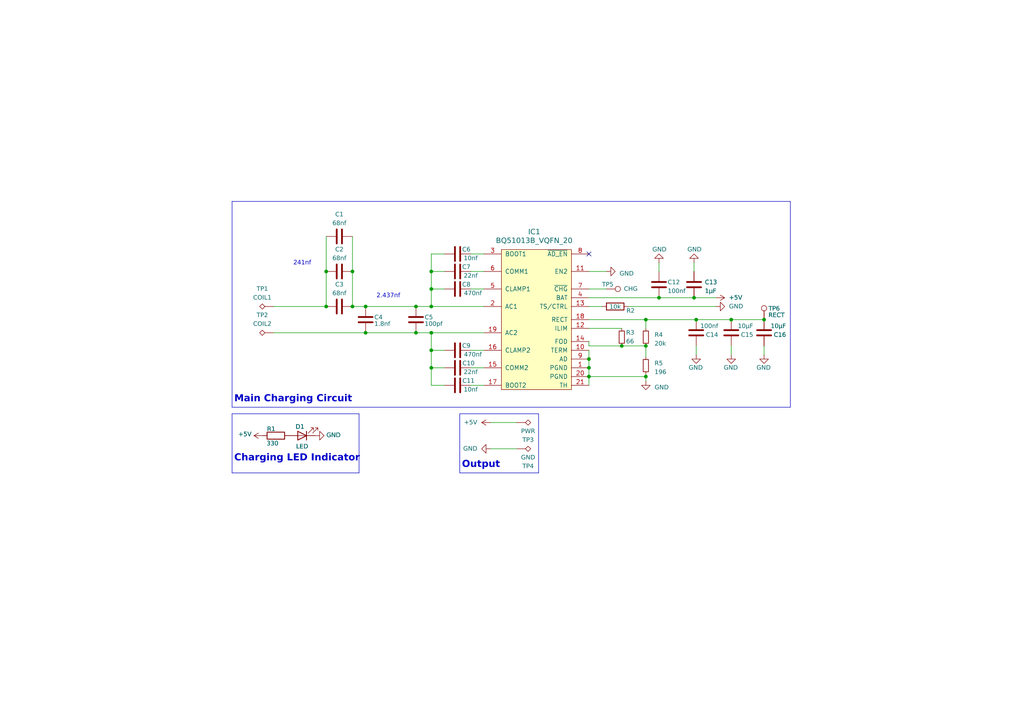
<source format=kicad_sch>
(kicad_sch (version 20220331) (generator eeschema)
  (paper "A4")
  (title_block (title "Powercoin") (date "2022-04-18") (rev "V2.0") (company "Byran Technologies") (comment 3 "Wireless Charging Circuit") (comment 4 "Qi Certified Ultra-Small"))
  (lib_symbols
    (symbol "Connector:TestPoint" (pin_numbers hide) (pin_names (offset 0.762) hide)
      (property "Reference" "TP" (at 0 6.858 0))
      (property "Value" "TestPoint" (at 0 5.08 0))
      (symbol "TestPoint_0_1"
        (circle (center 0 3.302) (radius 0.762))
      )
      (symbol "TestPoint_1_1"
        (pin passive line (at 0 0 90) (length 2.54) (name "1") (number "1"))
      )
    )
    (symbol "Connector:TestPoint_Alt" (pin_numbers hide) (pin_names (offset 0.762) hide)
      (property "Reference" "TP" (at 0 6.858 0))
      (property "Value" "TestPoint_Alt" (at 0 5.08 0))
      (symbol "TestPoint_Alt_0_1"
        (polyline (pts (xy 0 2.54) (xy -0.762 3.302) (xy 0 4.064) (xy 0.762 3.302) (xy 0 2.54)))
      )
      (symbol "TestPoint_Alt_1_1"
        (pin passive line (at 0 0 90) (length 2.54) (name "1") (number "1"))
      )
    )
    (symbol "Device:C" (pin_numbers hide) (pin_names (offset 0.254))
      (property "Reference" "C" (at 0.635 2.54 0))
      (property "Value" "C" (at 0.635 -2.54 0))
      (symbol "C_0_1"
        (polyline (pts (xy -2.032 -0.762) (xy 2.032 -0.762)) (stroke (width 0.508)))
        (polyline (pts (xy -2.032 0.762) (xy 2.032 0.762)) (stroke (width 0.508)))
      )
      (symbol "C_1_1"
        (pin passive line (at 0 3.81 270) (length 2.794) (name "~") (number "1"))
        (pin passive line (at 0 -3.81 90) (length 2.794) (name "~") (number "2"))
      )
    )
    (symbol "Device:LED" (pin_numbers hide) (pin_names (offset 1.016) hide)
      (property "Reference" "D" (at 0 2.54 0))
      (property "Value" "LED" (at 0 -2.54 0))
      (symbol "LED_0_1"
        (polyline (pts (xy -1.27 -1.27) (xy -1.27 1.27)) (stroke (width 0.254)))
        (polyline (pts (xy -1.27 0) (xy 1.27 0)))
        (polyline (pts (xy 1.27 -1.27) (xy 1.27 1.27) (xy -1.27 0) (xy 1.27 -1.27)) (stroke (width 0.254)))
        (polyline (pts (xy -3.048 -0.762) (xy -4.572 -2.286) (xy -3.81 -2.286) (xy -4.572 -2.286) (xy -4.572 -1.524)))
        (polyline (pts (xy -1.778 -0.762) (xy -3.302 -2.286) (xy -2.54 -2.286) (xy -3.302 -2.286) (xy -3.302 -1.524)))
      )
      (symbol "LED_1_1"
        (pin passive line (at -3.81 0 0) (length 2.54) (name "K") (number "1"))
        (pin passive line (at 3.81 0 180) (length 2.54) (name "A") (number "2"))
      )
    )
    (symbol "Device:R" (pin_numbers hide) (pin_names (offset 0))
      (property "Reference" "R" (at 2.032 0 90))
      (property "Value" "R" (at 0 0 90))
      (symbol "R_0_1"
        (rectangle (start -1.016 -2.54) (end 1.016 2.54) (stroke (width 0.254)))
      )
      (symbol "R_1_1"
        (pin passive line (at 0 3.81 270) (length 1.27) (name "~") (number "1"))
        (pin passive line (at 0 -3.81 90) (length 1.27) (name "~") (number "2"))
      )
    )
    (symbol "Device:R_Small" (pin_numbers hide) (pin_names (offset 0.254) hide)
      (property "Reference" "R" (at 0.762 0.508 0))
      (property "Value" "R_Small" (at 0.762 -1.016 0))
      (symbol "R_Small_0_1"
        (rectangle (start -0.762 1.778) (end 0.762 -1.778) (stroke (width 0.2032)))
      )
      (symbol "R_Small_1_1"
        (pin passive line (at 0 2.54 270) (length 0.762) (name "~") (number "1"))
        (pin passive line (at 0 -2.54 90) (length 0.762) (name "~") (number "2"))
      )
    )
    (symbol "bq5105xb_qfn-ti:BQ5105xB_QFN-TI" (pin_names (offset 1.016))
      (property "Reference" "IC1" (at 0 28.0162 0))
      (property "Value" "BQ5105xB_QFN" (at 0 25.3238 0))
      (property "Footprint" "Tx:bq5105x_PVQFN_N20" (at 1.27 -21.59 0))
      (property "MPN" "BQ51050BRHLR" (at 0 22.6314 0))
      (symbol "BQ5105xB_QFN-TI_0_1"
        (rectangle (start -10.16 20.32) (end 10.16 -20.32) (fill (type background)))
      )
      (symbol "BQ5105xB_QFN-TI_1_1"
        (pin power_out line (at 15.24 -13.97 180) (length 5.08) (name "PGND") (number "1"))
        (pin input line (at 15.24 -8.89 180) (length 5.08) (name "TERM") (number "10"))
        (pin input line (at 15.24 13.97 180) (length 5.08) (name "EN2") (number "11"))
        (pin bidirectional line (at 15.24 -2.54 180) (length 5.08) (name "ILIM") (number "12"))
        (pin input line (at 15.24 3.81 180) (length 5.08) (name "TS/CTRL") (number "13"))
        (pin input line (at 15.24 -6.35 180) (length 5.08) (name "FOD") (number "14"))
        (pin open_collector line (at -15.24 -13.97 0) (length 5.08) (name "COMM2") (number "15"))
        (pin open_collector line (at -15.24 -8.89 0) (length 5.08) (name "CLAMP2") (number "16"))
        (pin output line (at -15.24 -19.05 0) (length 5.08) (name "BOOT2") (number "17"))
        (pin output line (at 15.24 0 180) (length 5.08) (name "RECT") (number "18"))
        (pin power_in line (at -15.24 -3.81 0) (length 5.08) (name "AC2") (number "19"))
        (pin power_in line (at -15.24 3.81 0) (length 5.08) (name "AC1") (number "2"))
        (pin power_out line (at 15.24 -16.51 180) (length 5.08) (name "PGND") (number "20"))
        (pin input line (at 15.24 -19.05 180) (length 5.08) (name "TH") (number "21"))
        (pin output line (at -15.24 19.05 0) (length 5.08) (name "BOOT1") (number "3"))
        (pin power_out line (at 15.24 6.35 180) (length 5.08) (name "BAT") (number "4"))
        (pin open_collector line (at -15.24 8.89 0) (length 5.08) (name "CLAMP1") (number "5"))
        (pin open_collector line (at -15.24 13.97 0) (length 5.08) (name "COMM1") (number "6"))
        (pin open_collector line (at 15.24 8.89 180) (length 5.08) (name "~{CHG}") (number "7"))
        (pin input line (at 15.24 19.05 180) (length 5.08) (name "~{AD_EN}") (number "8"))
        (pin unspecified line (at 15.24 -11.43 180) (length 5.08) (name "AD") (number "9"))
      )
    )
    (symbol "power:+5V" (power) (pin_names (offset 0))
      (property "Value" "+5V" (at 0 3.556 0))
      (symbol "+5V_0_1"
        (polyline (pts (xy -0.762 1.27) (xy 0 2.54)))
        (polyline (pts (xy 0 0) (xy 0 2.54)))
        (polyline (pts (xy 0 2.54) (xy 0.762 1.27)))
      )
      (symbol "+5V_1_1"
        (pin power_in line (at 0 0 90) (length 0) hide (name "+5V") (number "1"))
      )
    )
    (symbol "power:GND" (power) (pin_names (offset 0))
      (property "Value" "GND" (at 0 -3.81 0))
      (symbol "GND_0_1"
        (polyline (pts (xy 0 0) (xy 0 -1.27) (xy 1.27 -1.27) (xy 0 -2.54) (xy -1.27 -1.27) (xy 0 -1.27)))
      )
      (symbol "GND_1_1"
        (pin power_in line (at 0 0 270) (length 0) hide (name "GND") (number "1"))
      )
    )
  )
  (junction (at 187.325 92.71))
  (junction (at 106.045 88.9))
  (junction (at 120.65 96.52))
  (junction (at 125.095 88.9))
  (junction (at 170.815 109.22))
  (junction (at 102.235 78.74))
  (junction (at 106.045 96.52))
  (junction (at 221.615 92.71))
  (junction (at 191.135 86.36))
  (junction (at 187.325 100.33))
  (junction (at 125.095 101.6))
  (junction (at 125.095 78.74))
  (junction (at 180.34 100.33))
  (junction (at 212.09 92.71))
  (junction (at 187.325 109.22))
  (junction (at 125.095 96.52))
  (junction (at 94.615 88.9))
  (junction (at 125.095 106.68))
  (junction (at 201.93 92.71))
  (junction (at 102.235 88.9))
  (junction (at 120.65 88.9))
  (junction (at 170.815 106.68))
  (junction (at 94.615 78.74))
  (junction (at 170.815 104.14))
  (junction (at 201.295 86.36))
  (junction (at 125.095 83.82))
  (no_connect (at 170.815 73.66))
  (wire (pts (xy 136.525 101.6) (xy 140.335 101.6)))
  (wire (pts (xy 191.135 76.2) (xy 191.135 78.74)))
  (wire (pts (xy 125.095 78.74) (xy 125.095 83.82)))
  (polyline (pts (xy 104.14 137.16) (xy 104.14 120.015)))
  (wire (pts (xy 170.815 88.9) (xy 174.625 88.9)))
  (wire (pts (xy 125.095 73.66) (xy 128.905 73.66)))
  (polyline (pts (xy 133.35 120.015) (xy 133.35 137.16)))
  (wire (pts (xy 170.815 104.14) (xy 170.815 106.68)))
  (polyline (pts (xy 156.21 137.16) (xy 156.21 120.015)))
  (wire (pts (xy 170.815 86.36) (xy 191.135 86.36)))
  (wire (pts (xy 94.615 68.58) (xy 94.615 78.74)))
  (wire (pts (xy 201.93 102.87) (xy 201.93 100.33)))
  (wire (pts (xy 125.095 106.68) (xy 125.095 111.76)))
  (polyline (pts (xy 67.31 120.015) (xy 67.31 137.16)))
  (wire (pts (xy 106.045 88.9) (xy 120.65 88.9)))
  (wire (pts (xy 187.325 109.22) (xy 187.325 110.49)))
  (wire (pts (xy 136.525 78.74) (xy 140.335 78.74)))
  (wire (pts (xy 125.095 101.6) (xy 125.095 106.68)))
  (wire (pts (xy 191.135 86.36) (xy 201.295 86.36)))
  (wire (pts (xy 102.235 88.9) (xy 106.045 88.9)))
  (wire (pts (xy 102.235 68.58) (xy 102.235 78.74)))
  (wire (pts (xy 102.235 78.74) (xy 102.235 88.9)))
  (wire (pts (xy 170.815 92.71) (xy 187.325 92.71)))
  (wire (pts (xy 136.525 111.76) (xy 140.335 111.76)))
  (wire (pts (xy 142.24 122.555) (xy 149.86 122.555)))
  (wire (pts (xy 125.095 88.9) (xy 140.335 88.9)))
  (wire (pts (xy 94.615 78.74) (xy 94.615 88.9)))
  (wire (pts (xy 142.24 130.175) (xy 149.86 130.175)))
  (wire (pts (xy 187.325 100.33) (xy 187.325 103.505)))
  (wire (pts (xy 170.815 106.68) (xy 170.815 109.22)))
  (wire (pts (xy 170.815 95.25) (xy 180.34 95.25)))
  (wire (pts (xy 136.525 73.66) (xy 140.335 73.66)))
  (wire (pts (xy 212.09 92.71) (xy 221.615 92.71)))
  (polyline (pts (xy 133.35 137.16) (xy 156.21 137.16)))
  (wire (pts (xy 79.375 96.52) (xy 106.045 96.52)))
  (polyline (pts (xy 67.31 137.16) (xy 104.14 137.16)))
  (wire (pts (xy 125.095 111.76) (xy 128.905 111.76)))
  (wire (pts (xy 125.095 83.82) (xy 125.095 88.9)))
  (wire (pts (xy 79.375 88.9) (xy 94.615 88.9)))
  (polyline (pts (xy 229.235 118.11) (xy 229.235 58.42)))
  (wire (pts (xy 125.095 73.66) (xy 125.095 78.74)))
  (polyline (pts (xy 67.31 120.015) (xy 104.14 120.015)))
  (wire (pts (xy 187.325 92.71) (xy 187.325 95.25)))
  (wire (pts (xy 187.325 92.71) (xy 201.93 92.71)))
  (wire (pts (xy 170.815 83.82) (xy 175.895 83.82)))
  (polyline (pts (xy 133.35 120.015) (xy 156.21 120.015)))
  (wire (pts (xy 125.095 83.82) (xy 128.905 83.82)))
  (wire (pts (xy 221.615 102.87) (xy 221.615 100.33)))
  (wire (pts (xy 212.09 102.87) (xy 212.09 100.33)))
  (wire (pts (xy 125.095 106.68) (xy 128.905 106.68)))
  (wire (pts (xy 201.295 76.2) (xy 201.295 78.74)))
  (wire (pts (xy 120.65 96.52) (xy 125.095 96.52)))
  (wire (pts (xy 106.045 96.52) (xy 120.65 96.52)))
  (wire (pts (xy 201.295 86.36) (xy 207.645 86.36)))
  (wire (pts (xy 187.325 108.585) (xy 187.325 109.22)))
  (wire (pts (xy 136.525 83.82) (xy 140.335 83.82)))
  (wire (pts (xy 201.93 92.71) (xy 212.09 92.71)))
  (wire (pts (xy 125.095 101.6) (xy 128.905 101.6)))
  (wire (pts (xy 125.095 78.74) (xy 128.905 78.74)))
  (polyline (pts (xy 67.31 118.11) (xy 229.235 118.11)))
  (polyline (pts (xy 67.31 58.42) (xy 67.31 118.11)))
  (wire (pts (xy 136.525 106.68) (xy 140.335 106.68)))
  (wire (pts (xy 120.65 88.9) (xy 125.095 88.9)))
  (wire (pts (xy 170.815 78.74) (xy 175.895 78.74)))
  (polyline (pts (xy 67.31 58.42) (xy 229.235 58.42)))
  (wire (pts (xy 170.815 109.22) (xy 187.325 109.22)))
  (wire (pts (xy 180.34 100.33) (xy 187.325 100.33)))
  (wire (pts (xy 125.095 96.52) (xy 140.335 96.52)))
  (wire (pts (xy 170.815 100.33) (xy 180.34 100.33)))
  (wire (pts (xy 125.095 96.52) (xy 125.095 101.6)))
  (wire (pts (xy 170.815 101.6) (xy 170.815 104.14)))
  (wire (pts (xy 170.815 99.06) (xy 170.815 100.33)))
  (wire (pts (xy 170.815 109.22) (xy 170.815 111.76)))
  (wire (pts (xy 182.245 88.9) (xy 207.645 88.9)))
  (text "Output" (at 133.985 136.525 0) (effects (font (size 2 2) (thickness 0.4) bold) (justify left bottom)))
  (text "2.437nf" (at 109.22 86.995 0) (effects (font (size 1.27 1.27)) (justify left bottom)))
  (text "Main Charging Circuit" (at 67.945 117.475 0) (effects (font (size 2 2) (thickness 0.4) bold) (justify left bottom)))
  (text "241nf" (at 85.09 77.47 0) (effects (font (size 1.27 1.27)) (justify left bottom)))
  (text "Charging LED Indicator" (at 67.945 134.62 0) (effects (font (size 2 2) (thickness 0.4) bold) (justify left bottom)))
  (symbol (lib_id "Device:C") (at 120.65 92.71 180) (unit 1)
    (property "Reference" "C5" (at 123.19 92.075 0) (effects (justify right)))
    (property "Value" "100pf" (at 123.19 93.98 0) (effects (justify right)))
    (property "Footprint" "Capacitor_SMD:C_0603_1608Metric" (effects hide))
    (property "LCSC" "C14858" (effects hide))
  )
  (symbol (lib_id "Device:C") (at 98.425 78.74 90) (unit 1)
    (property "Reference" "C2" (at 98.425 72.39 90))
    (property "Value" "68nf" (at 98.425 74.93 90))
    (property "Footprint" "Capacitor_SMD:C_0603_1608Metric" (effects hide))
    (property "LCSC" "C107098" (effects hide))
  )
  (symbol (lib_id "power:GND") (at 187.325 110.49 0) (unit 1)
    (property "Reference" "#PWR06" (effects hide))
    (property "Value" "GND" (at 189.865 112.395 0) (effects (justify left)))
  )
  (symbol (lib_id "Connector:TestPoint") (at 175.895 83.82 270) (unit 1)
    (property "Reference" "TP5" (at 174.625 82.55 90) (effects (justify left)))
    (property "Value" "CHG" (at 180.975 83.82 90) (effects (justify left)))
    (property "Footprint" "TestPoint:TestPoint_THTPad_D1.0mm_Drill0.5mm" (effects hide))
  )
  (symbol (lib_id "Device:R_Small") (at 187.325 106.045 180) (unit 1)
    (property "Reference" "R5" (at 189.865 105.41 0) (effects (justify right)))
    (property "Value" "196" (at 189.865 107.95 0) (effects (justify right)))
    (property "Footprint" "Resistor_SMD:R_0603_1608Metric" (effects hide))
    (property "LCSC" "C22899" (effects hide))
  )
  (symbol (lib_id "Device:C") (at 98.425 88.9 90) (unit 1)
    (property "Reference" "C3" (at 98.425 82.55 90))
    (property "Value" "68nf" (at 98.425 85.09 90))
    (property "Footprint" "Capacitor_SMD:C_0603_1608Metric" (effects hide))
    (property "LCSC" "C107098" (effects hide))
  )
  (symbol (lib_id "Device:C") (at 191.135 82.55 180) (unit 1)
    (property "Reference" "C12" (at 193.675 81.915 0) (effects (justify right)))
    (property "Value" "100nf" (at 193.675 84.455 0) (effects (justify right)))
    (property "Footprint" "Capacitor_SMD:C_0603_1608Metric" (effects hide))
    (property "LCSC" "C14663" (effects hide))
  )
  (symbol (lib_id "power:GND") (at 142.24 130.175 270) (unit 1)
    (property "Reference" "#PWR04" (effects hide))
    (property "Value" "GND" (at 138.43 130.175 90) (effects (justify right)))
  )
  (symbol (lib_id "Connector:TestPoint_Alt") (at 149.86 130.175 270) (unit 1)
    (property "Reference" "TP4" (at 153.162 135.255 90))
    (property "Value" "GND" (at 153.162 132.715 90))
    (property "Footprint" "TestPoint:TestPoint_Keystone_5019_Minature" (effects hide))
  )
  (symbol (lib_id "Device:C") (at 221.615 96.52 0) (unit 1)
    (property "Reference" "C16" (at 227.965 97.155 0) (effects (justify right)))
    (property "Value" "10μF" (at 227.965 94.615 0) (effects (justify right)))
    (property "Footprint" "Capacitor_SMD:C_0603_1608Metric" (effects hide))
    (property "LCSC" "C85713" (effects hide))
  )
  (symbol (lib_id "Connector:TestPoint_Alt") (at 149.86 122.555 270) (unit 1)
    (property "Reference" "TP3" (at 153.162 127.635 90))
    (property "Value" "PWR" (at 153.162 125.095 90))
    (property "Footprint" "TestPoint:TestPoint_Keystone_5019_Minature" (effects hide))
  )
  (symbol (lib_id "power:+5V") (at 142.24 122.555 90) (unit 1)
    (property "Reference" "#PWR03" (effects hide))
    (property "Value" "+5V" (at 138.43 122.555 90) (effects (justify left)))
  )
  (symbol (lib_id "Device:R_Small") (at 187.325 97.79 180) (unit 1)
    (property "Reference" "R4" (at 189.865 97.155 0) (effects (justify right)))
    (property "Value" "20k" (at 189.865 99.695 0) (effects (justify right)))
    (property "Footprint" "Resistor_SMD:R_0603_1608Metric" (effects hide))
    (property "LCSC" "C4184" (effects hide))
  )
  (symbol (lib_id "Device:LED") (at 87.63 126.365 180) (unit 1)
    (property "Reference" "D1" (at 86.995 123.825 0))
    (property "Value" "LED" (at 87.63 129.54 0))
    (property "Footprint" "LED_SMD:LED_0805_2012Metric" (effects hide))
    (property "LCSC" "C965818" (effects hide))
  )
  (symbol (lib_id "Device:C") (at 132.715 106.68 90) (unit 1)
    (property "Reference" "C10" (at 135.89 105.41 90))
    (property "Value" "22nf" (at 136.525 107.95 90))
    (property "Footprint" "Capacitor_SMD:C_0603_1608Metric" (effects hide))
    (property "LCSC" "C21122" (effects hide))
  )
  (symbol (lib_id "bq5105xb_qfn-ti:BQ5105xB_QFN-TI") (at 155.575 92.71 0) (unit 1)
    (property "Reference" "IC1" (at 154.94 67.31 0) (effects (font (size 1.524 1.524))))
    (property "Value" "BQ51013B_VQFN_20" (at 154.94 69.85 0) (effects (font (size 1.524 1.524))))
    (property "Footprint" "Package_DFN_QFN:Texas_VQFN-RHL-20" (effects hide))
    (property "Datasheet" "http://www.ti.com/lit/ds/symlink/bq51050b.pdf" (effects hide))
    (property "MPN" "BQ51050BRHLR" (effects hide))
    (property "LCSC" "C55663" (effects hide))
  )
  (symbol (lib_id "power:GND") (at 175.895 78.74 90) (unit 1)
    (property "Reference" "#PWR05" (effects hide))
    (property "Value" "GND" (at 179.705 79.375 90) (effects (justify right)))
  )
  (symbol (lib_id "power:GND") (at 221.615 102.87 0) (unit 1)
    (property "Reference" "#PWR013" (effects hide))
    (property "Value" "GND" (at 223.52 106.68 0) (effects (justify right)))
  )
  (symbol (lib_id "power:GND") (at 201.93 102.87 0) (unit 1)
    (property "Reference" "#PWR09" (effects hide))
    (property "Value" "GND" (at 203.835 106.68 0) (effects (justify right)))
  )
  (symbol (lib_id "Device:R") (at 178.435 88.9 90) (unit 1)
    (property "Reference" "R2" (at 182.88 90.17 90))
    (property "Value" "10k" (at 178.435 89.027 90))
    (property "Footprint" "Resistor_SMD:R_0603_1608Metric" (effects hide))
    (property "LCSC" "C99198" (effects hide))
  )
  (symbol (lib_id "power:GND") (at 191.135 76.2 180) (unit 1)
    (property "Reference" "#PWR07" (effects hide))
    (property "Value" "GND" (at 189.23 72.39 0) (effects (justify right)))
  )
  (symbol (lib_id "Connector:TestPoint") (at 221.615 92.71 0) (unit 1)
    (property "Reference" "TP6" (at 222.885 89.535 0) (effects (justify left)))
    (property "Value" "RECT" (at 222.885 91.44 0) (effects (justify left)))
    (property "Footprint" "TestPoint:TestPoint_THTPad_D1.0mm_Drill0.5mm" (effects hide))
  )
  (symbol (lib_id "power:GND") (at 207.645 88.9 90) (unit 1)
    (property "Reference" "#PWR011" (effects hide))
    (property "Value" "GND" (at 211.455 88.9 90) (effects (justify right)))
  )
  (symbol (lib_id "Device:C") (at 98.425 68.58 90) (unit 1)
    (property "Reference" "C1" (at 98.425 62.23 90))
    (property "Value" "68nf" (at 98.425 64.77 90))
    (property "Footprint" "Capacitor_SMD:C_0603_1608Metric" (effects hide))
    (property "LCSC" "C107098" (effects hide))
  )
  (symbol (lib_id "power:+5V") (at 76.2 126.365 90) (unit 1)
    (property "Reference" "#PWR01" (effects hide))
    (property "Value" "+5V" (at 72.9488 125.984 90) (effects (justify left)))
  )
  (symbol (lib_id "Device:C") (at 132.715 73.66 90) (unit 1)
    (property "Reference" "C6" (at 135.255 72.39 90))
    (property "Value" "10nf" (at 136.525 74.93 90))
    (property "Footprint" "Capacitor_SMD:C_0603_1608Metric" (effects hide))
    (property "LCSC" "C100042" (effects hide))
  )
  (symbol (lib_id "Device:R_Small") (at 180.34 97.79 180) (unit 1)
    (property "Reference" "R3" (at 181.61 96.52 0) (effects (justify right)))
    (property "Value" "66" (at 181.61 99.06 0) (effects (justify right)))
    (property "Footprint" "Resistor_SMD:R_0603_1608Metric" (effects hide))
    (property "LCSC" "C245056" (effects hide))
  )
  (symbol (lib_id "Device:R") (at 80.01 126.365 270) (unit 1)
    (property "Reference" "R1" (at 77.47 124.46 90) (effects (justify left)))
    (property "Value" "330" (at 77.343 128.651 90) (effects (justify left)))
    (property "Footprint" "Resistor_SMD:R_0603_1608Metric" (effects hide))
    (property "LCSC" "C23138" (effects hide))
  )
  (symbol (lib_id "Connector:TestPoint_Alt") (at 79.375 88.9 90) (unit 1)
    (property "Reference" "TP1" (at 76.073 83.82 90))
    (property "Value" "COIL1" (at 76.073 86.36 90))
    (property "Footprint" "TestPoint:TestPoint_Keystone_5019_Minature" (effects hide))
  )
  (symbol (lib_id "power:+5V") (at 207.645 86.36 270) (unit 1)
    (property "Reference" "#PWR010" (effects hide))
    (property "Value" "+5V" (at 211.455 86.36 90) (effects (justify left)))
  )
  (symbol (lib_id "Device:C") (at 201.93 96.52 0) (unit 1)
    (property "Reference" "C14" (at 208.28 97.155 0) (effects (justify right)))
    (property "Value" "100nf" (at 208.28 94.615 0) (effects (justify right)))
    (property "Footprint" "Capacitor_SMD:C_0603_1608Metric" (effects hide))
    (property "LCSC" "C14663" (effects hide))
  )
  (symbol (lib_id "Device:C") (at 201.295 82.55 180) (unit 1)
    (property "Reference" "C13" (at 204.47 81.915 0) (effects (justify right)))
    (property "Value" "1μF" (at 204.47 84.455 0) (effects (justify right)))
    (property "Footprint" "Capacitor_SMD:C_0603_1608Metric" (effects hide))
    (property "LCSC" "C1592" (effects hide))
  )
  (symbol (lib_id "Device:C") (at 106.045 92.71 180) (unit 1)
    (property "Reference" "C4" (at 108.585 92.075 0) (effects (justify right)))
    (property "Value" "1.8nf" (at 108.585 93.98 0) (effects (justify right)))
    (property "Footprint" "Capacitor_SMD:C_0603_1608Metric" (effects hide))
    (property "LCSC" "C318642" (effects hide))
  )
  (symbol (lib_id "power:GND") (at 91.44 126.365 90) (unit 1)
    (property "Reference" "#PWR02" (effects hide))
    (property "Value" "GND" (at 94.6912 126.238 90) (effects (justify right)))
  )
  (symbol (lib_id "power:GND") (at 212.09 102.87 0) (unit 1)
    (property "Reference" "#PWR012" (effects hide))
    (property "Value" "GND" (at 213.995 106.68 0) (effects (justify right)))
  )
  (symbol (lib_id "Device:C") (at 132.715 111.76 90) (unit 1)
    (property "Reference" "C11" (at 135.89 110.49 90))
    (property "Value" "10nf" (at 136.525 113.03 90))
    (property "Footprint" "Capacitor_SMD:C_0603_1608Metric" (effects hide))
    (property "LCSC" "C100042" (effects hide))
  )
  (symbol (lib_id "Connector:TestPoint_Alt") (at 79.375 96.52 90) (unit 1)
    (property "Reference" "TP2" (at 76.073 91.44 90))
    (property "Value" "COIL2" (at 76.073 93.98 90))
    (property "Footprint" "TestPoint:TestPoint_Keystone_5019_Minature" (effects hide))
  )
  (symbol (lib_id "power:GND") (at 201.295 76.2 180) (unit 1)
    (property "Reference" "#PWR08" (effects hide))
    (property "Value" "GND" (at 199.39 72.39 0) (effects (justify right)))
  )
  (symbol (lib_id "Device:C") (at 132.715 83.82 90) (unit 1)
    (property "Reference" "C8" (at 135.255 82.55 90))
    (property "Value" "470nf" (at 137.16 85.09 90))
    (property "Footprint" "Capacitor_SMD:C_0603_1608Metric" (effects hide))
    (property "LCSC" "C1620" (effects hide))
  )
  (symbol (lib_id "Device:C") (at 132.715 101.6 90) (unit 1)
    (property "Reference" "C9" (at 135.255 100.33 90))
    (property "Value" "470nf" (at 137.16 102.87 90))
    (property "Footprint" "Capacitor_SMD:C_0603_1608Metric" (effects hide))
    (property "LCSC" "C1620" (effects hide))
  )
  (symbol (lib_id "Device:C") (at 132.715 78.74 90) (unit 1)
    (property "Reference" "C7" (at 135.255 77.47 90))
    (property "Value" "22nf" (at 136.525 80.01 90))
    (property "Footprint" "Capacitor_SMD:C_0603_1608Metric" (effects hide))
    (property "LCSC" "C21122" (effects hide))
  )
  (symbol (lib_id "Device:C") (at 212.09 96.52 0) (unit 1)
    (property "Reference" "C15" (at 218.44 97.155 0) (effects (justify right)))
    (property "Value" "10μF" (at 218.44 94.615 0) (effects (justify right)))
    (property "Footprint" "Capacitor_SMD:C_0603_1608Metric" (effects hide))
    (property "LCSC" "C85713" (effects hide))
  )
)
</source>
